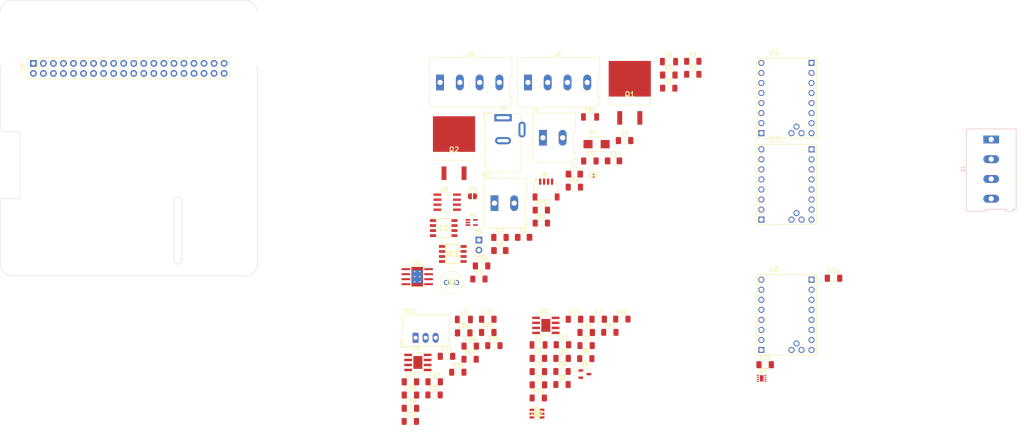
<source format=kicad_pcb>
(kicad_pcb (version 20211014) (generator pcbnew)
  (title_block (title "Water Quality Monitor PI-HAT") (date "2022-09-14") (rev "1.0") (company "HAN") (comment 1 "Casper R. Tak"))
  (layers (0 "F.Cu" signal) (31 "B.Cu" signal) (34 "B.Paste" user) (35 "F.Paste" user) (36 "B.SilkS" user "B.Silkscreen") (37 "F.SilkS" user "F.Silkscreen") (38 "B.Mask" user) (39 "F.Mask" user) (44 "Edge.Cuts" user))
  (net 0 "")
  (net 1 "GND")
  (net 2 "/GPIO[4]{slash}GPCLK0")
  (net 3 "/GPIO[14]{slash}TXD0")
  (net 4 "/GPIO[15]{slash}RXD0")
  (net 5 "/GPIO[10]{slash}SPI0.MOSI")
  (net 6 "/GPIO[9]{slash}SPI0.MISO")
  (net 7 "/GPIO[25]")
  (net 8 "/GPIO[11]{slash}SPI0.SCLK")
  (net 9 "/GPIO[8]{slash}SPI0.CE0")
  (net 10 "/GPIO[7]{slash}SPI0.CE1")
  (net 11 "/ID_SDA")
  (net 12 "/ID_SCL")
  (net 13 "/GPIO[12]{slash}PWM0")
  (net 14 "/GPIO[16]")
  (net 15 "/GPIO[20]{slash}PCM.DIN")
  (net 16 "/GPIO[21]{slash}PCM.DOUT")
  (net 17 "+3V3")
  (net 18 "5V")
  (net 19 "Net-(C2-Pad2)")
  (net 20 "Net-(C4-Pad1)")
  (net 21 "Net-(C5-Pad1)")
  (net 22 "12V+")
  (net 23 "Net-(C9-Pad1)")
  (net 24 "Net-(C9-Pad2)")
  (net 25 "Net-(C10-Pad1)")
  (net 26 "Net-(C10-Pad2)")
  (net 27 "Net-(C11-Pad2)")
  (net 28 "3.3V")
  (net 29 "Net-(C19-Pad1)")
  (net 30 "Net-(C19-Pad2)")
  (net 31 "Net-(C20-Pad1)")
  (net 32 "Net-(C20-Pad2)")
  (net 33 "Net-(F1-Pad2)")
  (net 34 "Net-(F3-Pad2)")
  (net 35 "12VIN")
  (net 36 "SDA")
  (net 37 "Net-(IC1-Pad2)")
  (net 38 "Net-(IC1-Pad5)")
  (net 39 "SCL")
  (net 40 "Net-(IC2-Pad1)")
  (net 41 "Net-(IC2-Pad4)")
  (net 42 "5VRPI")
  (net 43 "/FluidMotors/OA1MAIN")
  (net 44 "/FluidMotors/OA2MAIN")
  (net 45 "/FluidMotors/OB1MAIN")
  (net 46 "/FluidMotors/OB2MAIN")
  (net 47 "/FluidMotors/OA1SEC")
  (net 48 "/FluidMotors/OA2SEC")
  (net 49 "/FluidMotors/OB1SEC")
  (net 50 "/FluidMotors/OB2SEC")
  (net 51 "/FocusMotors/OA1FOCUS")
  (net 52 "/FocusMotors/OA2FOCUS")
  (net 53 "/FocusMotors/OB1FOCUS")
  (net 54 "/FocusMotors/OB2FOCUS")
  (net 55 "/FocusMotors/out1")
  (net 56 "/FocusMotors/out2")
  (net 58 "ENDRV")
  (net 59 "CTRLLED")
  (net 60 "PHADRV")
  (net 61 "DIRSEC")
  (net 62 "DIRMAIN")
  (net 63 "STEPSEC")
  (net 64 "CTRLHEAT")
  (net 65 "CTRLFAN")
  (net 66 "STEPMAIN")
  (net 67 "STEPFOCUS")
  (net 68 "DIRFOCUS")
  (net 69 "Net-(JP1-Pad1)")
  (net 70 "Net-(D1-PadA)")
  (net 71 "Net-(M1-Pad1)")
  (net 72 "Net-(PE1-Pad1)")
  (net 73 "Net-(PE1-Pad2)")
  (net 74 "Net-(Q2-Pad2)")
  (net 75 "Net-(R1-Pad2)")
  (net 76 "Net-(D2-PadK)")
  (net 77 "Net-(R6-Pad1)")
  (net 78 "Net-(R8-Pad2)")
  (net 79 "Net-(R10-Pad2)")
  (net 80 "Net-(R13-Pad1)")
  (net 81 "Net-(R14-Pad2)")
  (net 82 "Net-(R16-Pad2)")
  (net 83 "IN2")
  (net 84 "IN1")
  (net 89 "/FluidMotors/DIAGMAIN")
  (net 95 "/FluidMotors/DIAGSEC")
  (net 101 "/FocusMotors/DIAGFOCUS")
  (footprint "Resistor_SMD:R_1206_3216Metric_Pad1.30x1.75mm_HandSolder" (layer "F.Cu") (at 224.31 220.95)
    (fp_text reference "R10" (at 0 -1.82) (layer "F.SilkS"))
    (fp_text value "10k")
    (pad "1" smd roundrect (at -1.55 0) (size 1.3 1.75) (layers "F.Cu" "F.Paste" "F.Mask") (roundrect_rratio 0.192308) (net 22 "12V+"))
    (pad "2" smd roundrect (at 1.55 0) (size 1.3 1.75) (layers "F.Cu" "F.Paste" "F.Mask") (roundrect_rratio 0.192308) (net 79 "Net-(R10-Pad2)"))
  )
  (footprint "TerminalBlock:TerminalBlock_Altech_AK300-4_P5.00mm" (layer "F.Cu") (at 199.47 141.13)
    (fp_text reference "J3" (at 7.5 -7.15) (layer "F.SilkS"))
    (fp_text value "Screw_Terminal_01x04")
    (pad "1" thru_hole rect (at 0 0) (size 1.98 3.96) (drill 1.32) (layers *.Cu *.Mask) (net 51 "/FocusMotors/OA1FOCUS"))
    (pad "2" thru_hole oval (at 5 0) (size 1.98 3.96) (drill 1.32) (layers *.Cu *.Mask) (net 52 "/FocusMotors/OA2FOCUS"))
    (pad "3" thru_hole oval (at 10 0) (size 1.98 3.96) (drill 1.32) (layers *.Cu *.Mask) (net 53 "/FocusMotors/OB1FOCUS"))
    (pad "4" thru_hole oval (at 15 0) (size 1.98 3.96) (drill 1.32) (layers *.Cu *.Mask) (net 54 "/FocusMotors/OB2FOCUS"))
  )
  (footprint "Capacitor_SMD:C_1206_3216Metric_Pad1.33x1.80mm_HandSolder" (layer "F.Cu") (at 211.54 204.38)
    (fp_text reference "C20" (at 0 -1.85) (layer "F.SilkS"))
    (fp_text value "100n")
    (pad "1" smd roundrect (at -1.5625 0) (size 1.325 1.8) (layers "F.Cu" "F.Paste" "F.Mask") (roundrect_rratio 0.188679) (net 31 "Net-(C20-Pad1)"))
    (pad "2" smd roundrect (at 1.5625 0) (size 1.325 1.8) (layers "F.Cu" "F.Paste" "F.Mask") (roundrect_rratio 0.188679) (net 32 "Net-(C20-Pad2)"))
  )
  (footprint "Resistor_SMD:R_1206_3216Metric_Pad1.30x1.75mm_HandSolder" (layer "F.Cu") (at 233.44 167.61)
    (fp_text reference "R18" (at 0 -1.82) (layer "F.SilkS"))
    (fp_text value "3.9k")
    (pad "1" smd roundrect (at -1.55 0) (size 1.3 1.75) (layers "F.Cu" "F.Paste" "F.Mask") (roundrect_rratio 0.192308) (net 17 "+3V3"))
    (pad "2" smd roundrect (at 1.55 0) (size 1.3 1.75) (layers "F.Cu" "F.Paste" "F.Mask") (roundrect_rratio 0.192308) (net 11 "/ID_SDA"))
  )
  (footprint "MountingHole:MountingHole_2.7mm_M2.5" (layer "F.Cu") (at 149.69 137.57)
    (fp_text reference "MH2" hide)
    (fp_text value "MountingHole_2.7mm_M2.5" hide)
    (pad "" np_thru_hole circle locked (at 0 0) (size 2.7 2.7) (drill 2.7) (layers *.Cu *.Mask))
  )
  (footprint "Inductor_SMD:L_1206_3216Metric_Pad1.22x1.90mm_HandSolder" (layer "F.Cu") (at 205.49 201.08)
    (fp_text reference "L3" (at 0 -1.9) (layer "F.SilkS"))
    (fp_text value "15u")
    (pad "1" smd roundrect (at -1.6625 0) (size 1.225 1.9) (layers "F.Cu" "F.Paste" "F.Mask") (roundrect_rratio 0.204082) (net 32 "Net-(C20-Pad2)"))
    (pad "2" smd roundrect (at 1.6625 0) (size 1.225 1.9) (layers "F.Cu" "F.Paste" "F.Mask") (roundrect_rratio 0.204082) (net 18 "5V"))
  )
  (footprint "Capacitor_SMD:C_1206_3216Metric_Pad1.33x1.80mm_HandSolder" (layer "F.Cu") (at 207.1 207.83)
    (fp_text reference "C16" (at 0 -1.85) (layer "F.SilkS"))
    (fp_text value "10u")
    (pad "1" smd roundrect (at -1.5625 0) (size 1.325 1.8) (layers "F.Cu" "F.Paste" "F.Mask") (roundrect_rratio 0.188679) (net 22 "12V+"))
    (pad "2" smd roundrect (at 1.5625 0) (size 1.325 1.8) (layers "F.Cu" "F.Paste" "F.Mask") (roundrect_rratio 0.188679) (net 1 "GND"))
  )
  (footprint "Resistor_SMD:R_1206_3216Metric_Pad1.30x1.75mm_HandSolder" (layer "F.Cu") (at 225.09 176.71)
    (fp_text reference "R3" (at 0 -1.82) (layer "F.SilkS"))
    (fp_text value "1.20KOHM-0603-1_10W-1%")
    (pad "1" smd roundrect (at -1.55 0) (size 1.3 1.75) (layers "F.Cu" "F.Paste" "F.Mask") (roundrect_rratio 0.192308) (net 74 "Net-(Q2-Pad2)"))
    (pad "2" smd roundrect (at 1.55 0) (size 1.3 1.75) (layers "F.Cu" "F.Paste" "F.Mask") (roundrect_rratio 0.192308) (net 34 "Net-(F3-Pad2)"))
  )
  (footprint "Fuse:Fuse_1206_3216Metric_Pad1.42x1.75mm_HandSolder" (layer "F.Cu") (at 220.6 180.31)
    (fp_text reference "F2" (at 0 -1.82) (layer "F.SilkS"))
    (fp_text value "4A")
    (pad "1" smd roundrect (at -1.4875 0) (size 1.425 1.75) (layers "F.Cu" "F.Paste" "F.Mask") (roundrect_rratio 0.175439) (net 22 "12V+"))
    (pad "2" smd roundrect (at 1.4875 0) (size 1.425 1.75) (layers "F.Cu" "F.Paste" "F.Mask") (roundrect_rratio 0.175439) (net 19 "Net-(C2-Pad2)"))
  )
  (footprint "SmacSYs:SESD0402X1UN0020090" (layer "F.Cu") (at 238.265 164.725)
    (fp_text reference "D1" (at 0 0) (layer "F.SilkS") (effects (font (size 1.27 1.27) (thickness 0.254))))
    (fp_text value "SESD0402X1UN-0020-090" hide)
    (pad "1" smd rect locked (at 0 -0.325 90) (size 0.35 0.6) (layers "F.Cu" "F.Paste" "F.Mask"))
    (pad "2" smd rect locked (at 0 0.325 90) (size 0.35 0.6) (layers "F.Cu" "F.Paste" "F.Mask"))
  )
  (footprint "Resistor_SMD:R_1206_3216Metric_Pad1.30x1.75mm_HandSolder" (layer "F.Cu") (at 225.09 173.42)
    (fp_text reference "R19" (at 0 -1.82) (layer "F.SilkS"))
    (fp_text value "3.9k")
    (pad "1" smd roundrect (at -1.55 0) (size 1.3 1.75) (layers "F.Cu" "F.Paste" "F.Mask") (roundrect_rratio 0.192308) (net 17 "+3V3"))
    (pad "2" smd roundrect (at 1.55 0) (size 1.3 1.75) (layers "F.Cu" "F.Paste" "F.Mask") (roundrect_rratio 0.192308) (net 12 "/ID_SCL"))
  )
  (footprint "Capacitor_SMD:C_1206_3216Metric_Pad1.33x1.80mm_HandSolder" (layer "F.Cu") (at 224.34 210.93)
    (fp_text reference "C6" (at 0 -1.85) (layer "F.SilkS"))
    (fp_text value "10u")
    (pad "1" smd roundrect (at -1.5625 0) (size 1.325 1.8) (layers "F.Cu" "F.Paste" "F.Mask") (roundrect_rratio 0.188679) (net 22 "12V+"))
    (pad "2" smd roundrect (at 1.5625 0) (size 1.325 1.8) (layers "F.Cu" "F.Paste" "F.Mask") (roundrect_rratio 0.188679) (net 1 "GND"))
  )
  (footprint "Capacitor_SMD:C_1206_3216Metric_Pad1.33x1.80mm_HandSolder" (layer "F.Cu") (at 191.97 223.56)
    (fp_text reference "C19" (at 0 -1.85) (layer "F.SilkS"))
    (fp_text value "2.7n")
    (pad "1" smd roundrect (at -1.5625 0) (size 1.325 1.8) (layers "F.Cu" "F.Paste" "F.Mask") (roundrect_rratio 0.188679) (net 29 "Net-(C19-Pad1)"))
    (pad "2" smd roundrect (at 1.5625 0) (size 1.325 1.8) (layers "F.Cu" "F.Paste" "F.Mask") (roundrect_rratio 0.188679) (net 30 "Net-(C19-Pad2)"))
  )
  (footprint "Capacitor_SMD:C_1206_3216Metric_Pad1.33x1.80mm_HandSolder" (layer "F.Cu") (at 224.34 217.63)
    (fp_text reference "C8" (at 0 -1.85) (layer "F.SilkS"))
    (fp_text value "10u")
    (pad "1" smd roundrect (at -1.5625 0) (size 1.325 1.8) (layers "F.Cu" "F.Paste" "F.Mask") (roundrect_rratio 0.188679) (net 22 "12V+"))
    (pad "2" smd roundrect (at 1.5625 0) (size 1.325 1.8) (layers "F.Cu" "F.Paste" "F.Mask") (roundrect_rratio 0.188679) (net 1 "GND"))
  )
  (footprint "Fuse:Fuse_1206_3216Metric_Pad1.42x1.75mm_HandSolder" (layer "F.Cu") (at 233.44 164.32)
    (fp_text reference "F1" (at 0 -1.82) (layer "F.SilkS"))
    (fp_text value "0.5A")
    (pad "1" smd roundrect (at -1.4875 0) (size 1.425 1.75) (layers "F.Cu" "F.Paste" "F.Mask") (roundrect_rratio 0.175439) (net 22 "12V+"))
    (pad "2" smd roundrect (at 1.4875 0) (size 1.425 1.75) (layers "F.Cu" "F.Paste" "F.Mask") (roundrect_rratio 0.175439) (net 33 "Net-(F1-Pad2)"))
  )
  (footprint "Capacitor_SMD:C_1206_3216Metric_Pad1.33x1.80mm_HandSolder" (layer "F.Cu") (at 211.54 201.03)
    (fp_text reference "C21" (at 0 -1.85) (layer "F.SilkS"))
    (fp_text value "22u 10V")
    (pad "1" smd roundrect (at -1.5625 0) (size 1.325 1.8) (layers "F.Cu" "F.Paste" "F.Mask") (roundrect_rratio 0.188679) (net 1 "GND"))
    (pad "2" smd roundrect (at 1.5625 0) (size 1.325 1.8) (layers "F.Cu" "F.Paste" "F.Mask") (roundrect_rratio 0.188679) (net 18 "5V"))
  )
  (footprint "Capacitor_SMD:C_1206_3216Metric_Pad1.33x1.80mm_HandSolder" (layer "F.Cu") (at 201.09 210.41)
    (fp_text reference "C22" (at 0 -1.85) (layer "F.SilkS"))
    (fp_text value "22u 10V")
    (pad "1" smd roundrect (at -1.5625 0) (size 1.325 1.8) (layers "F.Cu" "F.Paste" "F.Mask") (roundrect_rratio 0.188679) (net 1 "GND"))
    (pad "2" smd roundrect (at 1.5625 0) (size 1.325 1.8) (layers "F.Cu" "F.Paste" "F.Mask") (roundrect_rratio 0.188679) (net 18 "5V"))
  )
  (footprint "Resistor_SMD:R_1206_3216Metric_Pad1.30x1.75mm_HandSolder" (layer "F.Cu") (at 236.41 207.7)
    (fp_text reference "R7" (at 0 -1.82) (layer "F.SilkS"))
    (fp_text value "24k")
    (pad "1" smd roundrect (at -1.55 0) (size 1.3 1.75) (layers "F.Cu" "F.Paste" "F.Mask") (roundrect_rratio 0.192308) (net 23 "Net-(C9-Pad1)"))
    (pad "2" smd roundrect (at 1.55 0) (size 1.3 1.75) (layers "F.Cu" "F.Paste" "F.Mask") (roundrect_rratio 0.192308) (net 1 "GND"))
  )
  (footprint "Capacitor_SMD:C_1206_3216Metric_Pad1.33x1.80mm_HandSolder" (layer "F.Cu") (at 237.37 161)
    (fp_text reference "C4" (at 0 -1.85) (layer "F.SilkS"))
    (fp_text value "4.7uF")
    (pad "1" smd roundrect (at -1.5625 0) (size 1.325 1.8) (layers "F.Cu" "F.Paste" "F.Mask") (roundrect_rratio 0.188679) (net 20 "Net-(C4-Pad1)"))
    (pad "2" smd roundrect (at 1.5625 0) (size 1.325 1.8) (layers "F.Cu" "F.Paste" "F.Mask") (roundrect_rratio 0.188679) (net 1 "GND"))
  )
  (footprint "Resistor_SMD:R_1206_3216Metric_Pad1.30x1.75mm_HandSolder" (layer "F.Cu") (at 263.4 135.78)
    (fp_text reference "R4" (at 0 -1.82) (layer "F.SilkS"))
    (fp_text value "10K")
    (pad "1" smd roundrect (at -1.55 0) (size 1.3 1.75) (layers "F.Cu" "F.Paste" "F.Mask") (roundrect_rratio 0.192308) (net 28 "3.3V"))
    (pad "2" smd roundrect (at 1.55 0) (size 1.3 1.75) (layers "F.Cu" "F.Paste" "F.Mask") (roundrect_rratio 0.192308) (net 36 "SDA"))
  )
  (footprint "Resistor_SMD:R_1206_3216Metric_Pad1.30x1.75mm_HandSolder" (layer "F.Cu") (at 207.07 211.15)
    (fp_text reference "R17" (at 0 -1.82) (layer "F.SilkS"))
    (fp_text value "1k87")
    (pad "1" smd roundrect (at -1.55 0) (size 1.3 1.75) (layers "F.Cu" "F.Paste" "F.Mask") (roundrect_rratio 0.192308) (net 82 "Net-(R16-Pad2)"))
    (pad "2" smd roundrect (at 1.55 0) (size 1.3 1.75) (layers "F.Cu" "F.Paste" "F.Mask") (roundrect_rratio 0.192308) (net 1 "GND"))
  )
  (footprint "Connector_PinSocket_2.54mm:PinSocket_2x20_P2.54mm_Vertical" (layer "F.Cu") (at 96.5756 136.302 90)
    (fp_text reference "J10" (at -1.27 -2.77 90) (layer "F.SilkS"))
    (fp_text value "GPIO")
    (pad "1" thru_hole rect (at 0 0 90) (size 1.7 1.7) (drill 1) (layers *.Cu *.Mask))
    (pad "2" thru_hole oval (at -2.54 0 90) (size 1.7 1.7) (drill 1) (layers *.Cu *.Mask) (net 42 "5VRPI"))
    (pad "3" thru_hole oval (at 0 2.54 90) (size 1.7 1.7) (drill 1) (layers *.Cu *.Mask) (net 36 "SDA"))
    (pad "4" thru_hole oval (at -2.54 2.54 90) (size 1.7 1.7) (drill 1) (layers *.Cu *.Mask) (net 42 "5VRPI"))
    (pad "5" thru_hole oval (at 0 5.08 90) (size 1.7 1.7) (drill 1) (layers *.Cu *.Mask) (net 39 "SCL"))
    (pad "6" thru_hole oval (at -2.54 5.08 90) (size 1.7 1.7) (drill 1) (layers *.Cu *.Mask) (net 1 "GND"))
    (pad "7" thru_hole oval (at 0 7.62 90) (size 1.7 1.7) (drill 1) (layers *.Cu *.Mask) (net 2 "/GPIO[4]{slash}GPCLK0"))
    (pad "8" thru_hole oval (at -2.54 7.62 90) (size 1.7 1.7) (drill 1) (layers *.Cu *.Mask) (net 3 "/GPIO[14]{slash}TXD0"))
    (pad "9" thru_hole oval (at 0 10.16 90) (size 1.7 1.7) (drill 1) (layers *.Cu *.Mask) (net 1 "GND"))
    (pad "10" thru_hole oval (at -2.54 10.16 90) (size 1.7 1.7) (drill 1) (layers *.Cu *.Mask) (net 4 "/GPIO[15]{slash}RXD0"))
    (pad "11" thru_hole oval (at 0 12.7 90) (size 1.7 1.7) (drill 1) (layers *.Cu *.Mask) (net 58 "ENDRV"))
    (pad "12" thru_hole oval (at -2.54 12.7 90) (size 1.7 1.7) (drill 1) (layers *.Cu *.Mask) (net 59 "CTRLLED"))
    (pad "13" thru_hole oval (at 0 15.24 90) (size 1.7 1.7) (drill 1) (layers *.Cu *.Mask) (net 60 "PHADRV"))
    (pad "14" thru_hole oval (at -2.54 15.24 90) (size 1.7 1.7) (drill 1) (layers *.Cu *.Mask) (net 1 "GND"))
    (pad "15" thru_hole oval (at 0 17.78 90) (size 1.7 1.7) (drill 1) (layers *.Cu *.Mask) (net 61 "DIRSEC"))
    (pad "16" thru_hole oval (at -2.54 17.78 90) (size 1.7 1.7) (drill 1) (layers *.Cu *.Mask) (net 62 "DIRMAIN"))
    (pad "17" thru_hole oval (at 0 20.32 90) (size 1.7 1.7) (drill 1) (layers *.Cu *.Mask))
    (pad "18" thru_hole oval (at -2.54 20.32 90) (size 1.7 1.7) (drill 1) (layers *.Cu *.Mask) (net 63 "STEPSEC"))
    (pad "19" thru_hole oval (at 0 22.86 90) (size 1.7 1.7) (drill 1) (layers *.Cu *.Mask) (net 5 "/GPIO[10]{slash}SPI0.MOSI"))
    (pad "20" thru_hole oval (at -2.54 22.86 90) (size 1.7 1.7) (drill 1) (layers *.Cu *.Mask) (net 1 "GND"))
    (pad "21" thru_hole oval (at 0 25.4 90) (size 1.7 1.7) (drill 1) (layers *.Cu *.Mask) (net 6 "/GPIO[9]{slash}SPI0.MISO"))
    (pad "22" thru_hole oval (at -2.54 25.4 90) (size 1.7 1.7) (drill 1) (layers *.Cu *.Mask) (net 7 "/GPIO[25]"))
    (pad "23" thru_hole oval (at 0 27.94 90) (size 1.7 1.7) (drill 1) (layers *.Cu *.Mask) (net 8 "/GPIO[11]{slash}SPI0.SCLK"))
    (pad "24" thru_hole oval (at -2.54 27.94 90) (size 1.7 1.7) (drill 1) (layers *.Cu *.Mask) (net 9 "/GPIO[8]{slash}SPI0.CE0"))
    (pad "25" thru_hole oval (at 0 30.48 90) (size 1.7 1.7) (drill 1) (layers *.Cu *.Mask) (net 1 "GND"))
    (pad "26" thru_hole oval (at -2.54 30.48 90) (size 1.7 1.7) (drill 1) (layers *.Cu *.Mask) (net 10 "/GPIO[7]{slash}SPI0.CE1"))
    (pad "27" thru_hole oval (at 0 33.02 90) (size 1.7 1.7) (drill 1) (layers *.Cu *.Mask) (net 11 "/ID_SDA"))
    (pad "28" thru_hole oval (at -2.54 33.02 90) (size 1.7 1.7) (drill 1) (layers *.Cu *.Mask) (net 12 "/ID_SCL"))
    (pad "29" thru_hole oval (at 0 35.56 90) (size 1.7 1.7) (drill 1) (layers *.Cu *.Mask) (net 64 "CTRLHEAT"))
    (pad "30" thru_hole oval (at -2.54 35.56 90) (size 1.7 1.7) (drill 1) (layers *.Cu *.Mask) (net 1 "GND"))
    (pad "31" thru_hole oval (at 0 38.1 90) (size 1.7 1.7) (drill 1) (layers *.Cu *.Mask) (net 65 "CTRLFAN"))
    (pad "32" thru_hole oval (at -2.54 38.1 90) (size 1.7 1.7) (drill 1) (layers *.Cu *.Mask) (net 13 "/GPIO[12]{slash}PWM0"))
    (pad "33" thru_hole oval (at 0 40.64 90) (size 1.7 1.7) (drill 1) (layers *.Cu *.Mask) (net 66 "STEPMAIN"))
    (pad "34" thru_hole oval (at -2.54 40.64 90) (size 1.7 1.7) (drill 1) (layers *.Cu *.Mask) (net 1 "GND"))
    (pad "35" thru_hole oval (at 0 43.18 90) (size 1.7 1.7) (drill 1) (layers *.Cu *.Mask) (net 67 "STEPFOCUS"))
    (pad "36" thru_hole oval (at -2.54 43.18 90) (size 1.7 1.7) (drill 1) (layers *.Cu *.Mask) (net 14 "/GPIO[16]"))
    (pad "37" thru_hole oval (at 0 45.72 90) (size 1.7 1.7) (drill 1) (layers *.Cu *.Mask) (net 68 "DIRFOCUS"))
    (pad "38" thru_hole oval (at -2.54 45.72 90) (size 1.7 1.7) (drill 1) (layers *.Cu *.Mask) (net 15 "/GPIO[20]{slash}PCM.DIN"))
    (pad "39" thru_hole oval (at 0 48.26 90) (size 1.7 1.7) (drill 1) (layers *.Cu *.Mask) (net 1 "GND"))
    (pad "40" thru_hole oval (at -2.54 48.26 90) (size 1.7 1.7) (drill 1) (layers *.Cu *.Mask) (net 16 "/GPIO[21]{slash}PCM.DOUT"))
  )
  (footprint "Resistor_SMD:R_1206_3216Metric_Pad1.30x1.75mm_HandSolder" (layer "F.Cu") (at 203.96 214.44)
    (fp_text reference "R15" (at 0 -1.82) (layer "F.SilkS"))
    (fp_text value "24k")
    (pad "1" smd roundrect (at -1.55 0) (size 1.3 1.75) (layers "F.Cu" "F.Paste" "F.Mask") (roundrect_rratio 0.192308) (net 29 "Net-(C19-Pad1)"))
    (pad "2" smd roundrect (at 1.55 0) (size 1.3 1.75) (layers "F.Cu" "F.Paste" "F.Mask") (roundrect_rratio 0.192308) (net 1 "GND"))
  )
  (footprint "Capacitor_SMD:C_1206_3216Metric_Pad1.33x1.80mm_HandSolder" (layer "F.Cu") (at 191.97 220.21)
    (fp_text reference "C18" (at 0 -1.85) (layer "F.SilkS"))
    (fp_text value "10u")
    (pad "1" smd roundrect (at -1.5625 0) (size 1.325 1.8) (layers "F.Cu" "F.Paste" "F.Mask") (roundrect_rratio 0.188679) (net 22 "12V+"))
    (pad "2" smd roundrect (at 1.5625 0) (size 1.325 1.8) (layers "F.Cu" "F.Paste" "F.Mask") (roundrect_rratio 0.188679) (net 1 "GND"))
  )
  (footprint "Resistor_SMD:R_1206_3216Metric_Pad1.30x1.75mm_HandSolder" (layer "F.Cu") (at 213.08 207.7)
    (fp_text reference "R16" (at 0 -1.82) (layer "F.SilkS"))
    (fp_text value "10k")
    (pad "1" smd roundrect (at -1.55 0) (size 1.3 1.75) (layers "F.Cu" "F.Paste" "F.Mask") (roundrect_rratio 0.192308) (net 18 "5V"))
    (pad "2" smd roundrect (at 1.55 0) (size 1.3 1.75) (layers "F.Cu" "F.Paste" "F.Mask") (roundrect_rratio 0.192308) (net 82 "Net-(R16-Pad2)"))
  )
  (footprint "Inductor_SMD:L_1206_3216Metric_Pad1.22x1.90mm_HandSolder" (layer "F.Cu") (at 257.38 135.86)
    (fp_text reference "L1" (at 0 -1.9) (layer "F.SilkS"))
    (fp_text value "4.7uH")
    (pad "1" smd roundrect (at -1.6625 0) (size 1.225 1.9) (layers "F.Cu" "F.Paste" "F.Mask") (roundrect_rratio 0.204082) (net 18 "5V"))
    (pad "2" smd roundrect (at 1.6625 0) (size 1.225 1.9) (layers "F.Cu" "F.Paste" "F.Mask") (roundrect_rratio 0.204082) (net 70 "Net-(D1-PadA)"))
  )
  (footprint "Converter_DCDC:Converter_DCDC_TRACO_TSR-1_THT" (layer "F.Cu") (at 193.275 205.73)
    (fp_text reference "PS1" (at -1.5 -6.71) (layer "F.SilkS"))
    (fp_text value "TSR_2-2433")
    (pad "1" thru_hole rect (at 0 0) (size 1.5 2.5) (drill 1) (layers *.Cu *.Mask) (net 18 "5V"))
    (pad "2" thru_hole oval (at 2.54 0) (size 1.5 2.5) (drill 1) (layers *.Cu *.Mask) (net 1 "GND"))
    (pad "3" thru_hole oval (at 5.08 0) (size 1.5 2.5) (drill 1) (layers *.Cu *.Mask) (net 28 "3.3V"))
  )
  (footprint "Footprints:TMC2208_SILENTSTEPSTICK" (layer "F.Cu") (at 287.1 199.92)
    (fp_text reference "U6" (at -3.155 -11.489) (layer "F.SilkS") (effects (font (size 1.4 1.4))))
    (fp_text value "TMC2208_SILENTSTEPSTICK")
    (pad "JP1_1" thru_hole rect (at 6.35 -8.89) (size 1.524 1.524) (drill 1.016) (layers *.Cu *.Mask) (net 68 "DIRFOCUS"))
    (pad "JP1_2" thru_hole circle (at 6.35 -6.35) (size 1.524 1.524) (drill 1.016) (layers *.Cu *.Mask) (net 67 "STEPFOCUS"))
    (pad "JP1_3" thru_hole circle (at 6.35 -3.81) (size 1.524 1.524) (drill 1.016) (layers *.Cu *.Mask))
    (pad "JP1_4" thru_hole circle (at 6.35 -1.27) (size 1.524 1.524) (drill 1.016) (layers *.Cu *.Mask))
    (pad "JP1_5" thru_hole circle (at 6.35 1.27) (size 1.524 1.524) (drill 1.016) (layers *.Cu *.Mask))
    (pad "JP1_6" thru_hole circle (at 6.35 3.81) (size 1.524 1.524) (drill 1.016) (layers *.Cu *.Mask))
    (pad "JP1_7" thru_hole circle (at 6.35 6.35) (size 1.524 1.524) (drill 1.016) (layers *.Cu *.Mask))
    (pad "JP1_8" thru_hole circle (at 6.35 8.89) (size 1.524 1.524) (drill 1.016) (layers *.Cu *.Mask) (net 1 "GND"))
    (pad "JP2_1" thru_hole rect (at -6.35 8.89) (size 1.524 1.524) (drill 1.016) (layers *.Cu *.Mask) (net 22 "12V+"))
    (pad "JP2_2" thru_hole circle (at -6.35 6.35) (size 1.524 1.524) (drill 1.016) (layers *.Cu *.Mask) (net 1 "GND"))
    (pad "JP2_3" thru_hole circle (at -6.35 3.81) (size 1.524 1.524) (drill 1.016) (layers *.Cu *.Mask) (net 52 "/FocusMotors/OA2FOCUS"))
    (pad "JP2_4" thru_hole circle (at -6.35 1.27) (size 1.524 1.524) (drill 1.016) (layers *.Cu *.Mask) (net 51 "/FocusMotors/OA1FOCUS"))
    (pad "JP2_5" thru_hole circle (at -6.35 -1.27) (size 1.524 1.524) (drill 1.016) (layers *.Cu *.Mask) (net 53 "/FocusMotors/OB1FOCUS"))
    (pad "JP2_6" thru_hole circle (at -6.35 -3.81) (size 1.524 1.524) (drill 1.016) (layers *.Cu *.Mask) (net 54 "/FocusMotors/OB2FOCUS"))
    (pad "JP2_7" thru_hole circle (at -6.35 -6.35) (size 1.524 1.524) (drill 1.016) (layers *.Cu *.Mask) (net 28 "3.3V"))
    (pad "JP2_8" thru_hole circle (at -6.35 -8.89) (size 1.524 1.524) (drill 1.016) (layers *.Cu *.Mask) (net 1 "GND"))
    (pad "JP3_1" thru_hole circle (at 1.27 8.89) (size 1.524 1.524) (drill 1.016) (layers *.Cu *.Mask) (net 101 "/FocusMotors/DIAGFOCUS"))
    (pad "JP3_2" thru_hole circle (at 3.81 8.89) (size 1.524 1.524) (drill 1.016) (layers *.Cu *.Mask))
    (pad "VREF" thru_hole circle (at 2.54 7.239) (size 1.524 1.524) (drill 1.016) (layers *.Cu *.Mask) (net 28 "3.3V"))
  )
  (footprint "TerminalBlock:TerminalBlock_Altech_AK300-2_P5.00mm" (layer "F.Cu") (at 213.23 171.67)
    (fp_text reference "PE1" (at -1.92 -6.99) (layer "F.SilkS"))
    (fp_text value "PeltierElement")
    (pad "1" thru_hole rect (at 0 0) (size 1.98 3.96) (drill 1.32) (layers *.Cu *.Mask) (net 72 "Net-(PE1-Pad1)"))
    (pad "2" thru_hole oval (at 5 0) (size 1.98 3.96) (drill 1.32) (layers *.Cu *.Mask) (net 73 "Net-(PE1-Pad2)"))
  )
  (footprint "SmacSYs:IRL540SPBF" (layer "F.Cu") (at 202.999 149.675)
    (fp_text reference "Q2" (at 0 8.462) (layer "F.SilkS") (effects (font (size 1.27 1.27) (thickness 0.254))))
    (fp_text value "IRL540SPBF" hide)
    (pad "1" smd rect locked (at -2.54 14.415) (size 1.257 3.429) (layers "F.Cu" "F.Paste" "F.Mask") (net 64 "CTRLHEAT"))
    (pad "2" smd rect locked (at 0 4.509 90) (size 9.017 10.668) (layers "F.Cu" "F.Paste" "F.Mask") (net 74 "Net-(Q2-Pad2)"))
    (pad "3" smd rect locked (at 2.54 14.415) (size 1.257 3.429) (layers "F.Cu" "F.Paste" "F.Mask") (net 1 "GND"))
  )
  (footprint "Capacitor_SMD:C_1206_3216Metric_Pad1.33x1.80mm_HandSolder" (layer "F.Cu") (at 230.35 210.93)
    (fp_text reference "C12" (at 0 -1.85) (layer "F.SilkS"))
    (fp_text value "22u 10V")
    (pad "1" smd roundrect (at -1.5625 0) (size 1.325 1.8) (layers "F.Cu" "F.Paste" "F.Mask") (roundrect_rratio 0.188679) (net 1 "GND"))
    (pad "2" smd roundrect (at 1.5625 0) (size 1.325 1.8) (layers "F.Cu" "F.Paste" "F.Mask") (roundrect_rratio 0.188679) (net 27 "Net-(C11-Pad2)"))
  )
  (footprint "Resistor_SMD:R_1206_3216Metric_Pad1.30x1.75mm_HandSolder" (layer "F.Cu") (at 236.33 210.99)
    (fp_text reference "R9" (at 0 -1.82) (layer "F.SilkS"))
    (fp_text value "1k87")
    (pad "1" smd roundrect (at -1.55 0) (size 1.3 1.75) (layers "F.Cu" "F.Paste" "F.Mask") (roundrect_rratio 0.192308) (net 78 "Net-(R8-Pad2)"))
    (pad "2" smd roundrect (at 1.55 0) (size 1.3 1.75) (layers "F.Cu" "F.Paste" "F.Mask") (roundrect_rratio 0.192308) (net 1 "GND"))
  )
  (footprint "TerminalBlock:TerminalBlock_Altech_AK300-4_P5.00mm" (layer "F.Cu") (at 221.7 141.13)
    (fp_text reference "J2" (at 7.5 -7.15) (layer "F.SilkS"))
    (fp_text value "Screw_Terminal_01x04")
    (pad "1" thru_hole rect (at 0 0) (size 1.98 3.96) (drill 1.32) (layers *.Cu *.Mask) (net 47 "/FluidMotors/OA1SEC"))
    (pad "2" thru_hole oval (at 5 0) (size 1.98 3.96) (drill 1.32) (layers *.Cu *.Mask) (net 48 "/FluidMotors/OA2SEC"))
    (pad "3" thru_hole oval (at 10 0) (size 1.98 3.96) (drill 1.32) (layers *.Cu *.Mask) (net 49 "/FluidMotors/OB1SEC"))
    (pad "4" thru_hole oval (at 15 0) (size 1.98 3.96) (drill 1.32) (layers *.Cu *.Mask) (net 50 "/FluidMotors/OB2SEC"))
  )
  (footprint "Capacitor_SMD:C_1206_3216Metric_Pad1.33x1.80mm_HandSolder" (layer "F.Cu") (at 257.34 139.26)
    (fp_text reference "C5" (at 0 -1.85) (layer "F.SilkS"))
    (fp_text value "10u")
    (pad "1" smd roundrect (at -1.5625 0) (size 1.325 1.8) (layers "F.Cu" "F.Paste" "F.Mask") (roundrect_rratio 0.188679) (net 21 "Net-(C5-Pad1)"))
    (pad "2" smd roundrect (at 1.5625 0) (size 1.325 1.8) (layers "F.Cu" "F.Paste" "F.Mask") (roundrect_rratio 0.188679) (net 1 "GND"))
  )
  (footprint "MountingHole:MountingHole_2.7mm_M2.5" (layer "F.Cu") (at 91.69 186.57)
    (fp_text reference "MH3" hide)
    (fp_text value "MountingHole_2.7mm_M2.5" hide)
    (pad "" np_thru_hole circle locked (at 0 0) (size 2.7 2.7) (drill 2.7) (layers *.Cu *.Mask))
  )
  (footprint "SmacSYs:IRL540SPBF" (layer "F.Cu") (at 247.459 135.685)
    (fp_text reference "Q1" (at 0 8.462) (layer "F.SilkS") (effects (font (size 1.27 1.27) (thickness 0.254))))
    (fp_text value "IRL540SPBF" hide)
    (pad "1" smd rect locked (at -2.54 14.415) (size 1.257 3.429) (layers "F.Cu" "F.Paste" "F.Mask") (net 65 "CTRLFAN"))
    (pad "2" smd rect locked (at 0 4.509 90) (size 9.017 10.668) (layers "F.Cu" "F.Paste" "F.Mask") (net 71 "Net-(M1-Pad1)"))
    (pad "3" smd rect locked (at 2.54 14.415) (size 1.257 3.429) (layers "F.Cu" "F.Paste" "F.Mask") (net 1 "GND"))
  )
  (footprint "SmacSYs:SOT95P285X140-6N" (layer "F.Cu") (at 223.985 224.92)
    (fp_text reference "IC2" (at 0 0) (layer "F.SilkS") (effects (font (size 1.27 1.27) (thickness 0.254))))
    (fp_text value "DMMT5401-7-F" hide)
    (pad "1" smd rect locked (at -1.3 -0.95 90) (size 0.6 1.15) (layers "F.Cu" "F.Paste" "F.Mask") (net 40 "Net-(IC2-Pad1)"))
    (pad "2" smd rect locked (at -1.3 0 90) (size 0.6 1.15) (layers "F.Cu" "F.Paste" "F.Mask") (net 40 "Net-(IC2-Pad1)"))
    (pad "3" smd rect locked (at -1.3 0.95 90) (size 0.6 1.15) (layers "F.Cu" "F.Paste" "F.Mask") (net 40 "Net-(IC2-Pad1)"))
    (pad "4" smd rect locked (at 1.3 0.95 90) (size 0.6 1.15) (layers "F.Cu" "F.Paste" "F.Mask") (net 41 "Net-(IC2-Pad4)"))
    (pad "5" smd rect locked (at 1.3 0 90) (size 0.6 1.15) (layers "F.Cu" "F.Paste" "F.Mask") (net 42 "5VRPI"))
    (pad "6" smd rect locked (at 1.3 -0.95 90) (size 0.6 1.15) (layers "F.Cu" "F.Paste" "F.Mask") (net 27 "Net-(C11-Pad2)"))
  )
  (footprint "Connector_BarrelJack:BarrelJack_Wuerth_6941xx301002" (layer "F.Cu") (at 215.4 150.05)
    (fp_text reference "J5" (at 0 -2.5) (layer "F.SilkS"))
    (fp_text value "Jack-DC 12V+")
    (pad "1" thru_hole rect (at 0 0) (size 4.4 1.8) (drill oval 3.4 0.8) (layers *.Cu *.Mask) (net 35 "12VIN"))
    (pad "2" thru_hole oval (at 0 5.8) (size 4 1.8) (drill oval 3 0.8) (layers *.Cu *.Mask) (net 1 "GND"))
    (pad "3" thru_hole oval (at 4.8 3 90) (size 4 1.8) (drill oval 3 0.8) (layers *.Cu *.Mask))
  )
  (footprint "MountingHole:MountingHole_2.7mm_M2.5" (layer "F.Cu") (at 91.69 137.57)
    (fp_text reference "MH1" hide)
    (fp_text value "MountingHole_2.7mm_M2.5" hide)
    (pad "" np_thru_hole circle locked (at 0 0) (size 2.7 2.7) (drill 2.7) (layers *.Cu *.Mask))
  )
  (footprint "Capacitor_SMD:C_1206_3216Metric_Pad1.33x1.80mm_HandSolder" (layer "F.Cu") (at 281.71 212.53)
    (fp_text reference "C15" (at 0 -1.85) (layer "F.SilkS"))
    (fp_text value "0.1uF")
    (pad "1" smd roundrect (at -1.5625 0) (size 1.325 1.8) (layers "F.Cu" "F.Paste" "F.Mask") (roundrect_rratio 0.188679) (net 1 "GND"))
    (pad "2" smd roundrect (at 1.5625 0) (size 1.325 1.8) (layers "F.Cu" "F.Paste" "F.Mask") (roundrect_rratio 0.188679) (net 22 "12V+"))
  )
  (footprint "Fuse:Fuse_1206_3216Metric_Pad1.42x1.75mm_HandSolder" (layer "F.Cu") (at 243.35 160.97)
    (fp_text reference "F3" (at 0 -1.82) (layer "F.SilkS"))
    (fp_text value "3.2A")
    (pad "1" smd roundrect (at -1.4875 0) (size 1.425 1.75) (layers "F.Cu" "F.Paste" "F.Mask") (roundrect_rratio 0.175439) (net 22 "12V+"))
    (pad "2" smd roundrect (at 1.4875 0) (size 1.425 1.75) (layers "F.Cu" "F.Paste" "F.Mask") (roundrect_rratio 0.175439) (net 34 "Net-(F3-Pad2)"))
  )
  (footprint "Inductor_SMD:L_1206_3216Metric_Pad1.22x1.90mm_HandSolder" (layer "F.Cu") (at 224.38 207.53)
    (fp_text reference "L2" (at 0 -1.9) (layer "F.SilkS"))
    (fp_text value "15u")
    (pad "1" smd roundrect (at -1.6625 0) (size 1.225 1.9) (layers "F.Cu" "F.Paste" "F.Mask") (roundrect_rratio 0.204082) (net 26 "Net-(C10-Pad2)"))
    (pad "2" smd roundrect (at 1.6625 0) (size 1.225 1.9) (layers "F.Cu" "F.Paste" "F.Mask") (roundrect_rratio 0.204082) (net 27 "Net-(C11-Pad2)"))
  )
  (footprint "Resistor_SMD:R_1206_3216Metric_Pad1.30x1.75mm_HandSolder" (layer "F.Cu") (at 242.42 204.35)
    (fp_text reference "R11" (at 0 -1.82) (layer "F.SilkS"))
    (fp_text value "10k")
    (pad "1" smd roundrect (at -1.55 0) (size 1.3 1.75) (layers "F.Cu" "F.Paste" "F.Mask") (roundrect_rratio 0.192308) (net 40 "Net-(IC2-Pad1)"))
    (pad "2" smd roundrect (at 1.55 0) (size 1.3 1.75) (layers "F.Cu" "F.Paste" "F.Mask") (roundrect_rratio 0.192308) (net 1 "GND"))
  )
  (footprint "Capacitor_SMD:C_1206_3216Metric_Pad1.33x1.80mm_HandSolder" (layer "F.Cu") (at 224.34 214.28)
    (fp_text reference "C9" (at 0 -1.85) (layer "F.SilkS"))
    (fp_text value "2.7n")
    (pad "1" smd roundrect (at -1.5625 0) (size 1.325 1.8) (layers "F.Cu" "F.Paste" "F.Mask") (roundrect_rratio 0.188679) (net 23 "Net-(C9-Pad1)"))
    (pad "2" smd roundrect (at 1.5625 0) (size 1.325 1.8) (layers "F.Cu" "F.Paste" "F.Mask") (roundrect_rratio 0.188679) (net 24 "Net-(C9-Pad2)"))
  )
  (footprint "Snapeda:JST_SM04B-SRSS-TB(LF)(SN)" (layer "F.Cu") (at 226.29 166.225)
    (fp_text reference "J6" (at -0.545095 -1.767685) (layer "F.SilkS") (effects (font (size 1.001173 1.001173))))
    (fp_text value "SM04B-SRSS-TB(LF)(SN)")
    (pad "1" smd rect locked (at -1.5 0) (size 0.6 1.55) (layers "F.Cu" "F.Paste" "F.Mask") (net 1 "GND"))
    (pad "2" smd rect locked (at -0.5 0) (size 0.6 1.55) (layers "F.Cu" "F.Paste" "F.Mask") (net 28 "3.3V"))
    (pad "3" smd rect locked (at 0.5 0) (size 0.6 1.55) (layers "F.Cu" "F.Paste" "F.Mask") (net 38 "Net-(IC1-Pad5)"))
    (pad "4" smd rect locked (at 1.5 0) (size 0.6 1.55) (layers "F.Cu" "F.Paste" "F.Mask") (net 37 "Net-(IC1-Pad2)"))
    (pad "S1" smd rect locked (at -2.8 3.875 180) (size 1.2 1.8) (layers "F.Cu" "F.Paste" "F.Mask") (net 1 "GND"))
    (pad "S2" smd rect locked (at 2.8 3.875 180) (size 1.2 1.8) (layers "F.Cu" "F.Paste" "F.Mask") (net 1 "GND"))
  )
  (footprint "Footprints:TMC2208_SILENTSTEPSTICK" (layer "F.Cu") (at 287.1 145.07)
    (fp_text reference "U4" (at -3.155 -11.489) (layer "F.SilkS") (effects (font (size 1.4 1.4))))
    (fp_text value "TMC2208_SILENTSTEPSTICK")
    (pad "JP1_1" thru_hole rect (at 6.35 -8.89) (size 1.524 1.524) (drill 1.016) (layers *.Cu *.Mask) (net 61 "DIRSEC"))
    (pad "JP1_2" thru_hole circle (at 6.35 -6.35) (size 1.524 1.524) (drill 1.016) (layers *.Cu *.Mask) (net 63 "STEPSEC"))
    (pad "JP1_3" thru_hole circle (at 6.35 -3.81) (size 1.524 1.524) (drill 1.016) (layers *.Cu *.Mask))
    (pad "JP1_4" thru_hole circle (at 6.35 -1.27) (size 1.524 1.524) (drill 1.016) (layers *.Cu *.Mask))
    (pad "JP1_5" thru_hole circle (at 6.35 1.27) (size 1.524 1.524) (drill 1.016) (layers *.Cu *.Mask))
    (pad "JP1_6" thru_hole circle (at 6.35 3.81) (size 1.524 1.524) (drill 1.016) (layers *.Cu *.Mask))
    (pad "JP1_7" thru_hole circle (at 6.35 6.35) (size 1.524 1.524) (drill 1.016) (layers *.Cu *.Mask))
    (pad "JP1_8" thru_hole circle (at 6.35 8.89) (size 1.524 1.524) (drill 1.016) (layers *.Cu *.Mask) (net 1 "GND"))
    (pad "JP2_1" thru_hole rect (at -6.35 8.89) (size 1.524 1.524) (drill 1.016) (layers *.Cu *.Mask) (net 22 "12V+"))
    (pad "JP2_2" thru_hole circle (at -6.35 6.35) (size 1.524 1.524) (drill 1.016) (layers *.Cu *.Mask) (net 1 "GND"))
    (pad "JP2_3" thru_hole circle (at -6.35 3.81) (size 1.524 1.524) (drill 1.016) (layers *.Cu *.Mask) (net 48 "/FluidMotors/OA2SEC"))
    (pad "JP2_4" thru_hole circle (at -6.35 1.27) (size 1.524 1.524) (drill 1.016) (layers *.Cu *.Mask) (net 47 "/FluidMotors/OA1SEC"))
    (pad "JP2_5" thru_hole circle (at -6.35 -1.27) (size 1.524 1.524) (drill 1.016) (layers *.Cu *.Mask) (net 49 "/FluidMotors/OB1SEC"))
    (pad "JP2_6" thru_hole circle (at -6.35 -3.81) (size 1.524 1.524) (drill 1.016) (layers *.Cu *.Mask) (net 50 "/FluidMotors/OB2SEC"))
    (pad "JP2_7" thru_hole circle (at -6.35 -6.35) (size 1.524 1.524) (drill 1.016) (layers *.Cu *.Mask) (net 28 "3.3V"))
    (pad "JP2_8" thru_hole circle (at -6.35 -8.89) (size 1.524 1.524) (drill 1.016) (layers *.Cu *.Mask) (net 1 "GND"))
    (pad "JP3_1" thru_hole circle (at 1.27 8.89) (size 1.524 1.524) (drill 1.016) (layers *.Cu *.Mask) (net 95 "/FluidMotors/DIAGSEC"))
    (pad "JP3_2" thru_hole circle (at 3.81 8.89) (size 1.524 1.524) (drill 1.016) (layers *.Cu *.Mask))
    (pad "VREF" thru_hole circle (at 2.54 7.239) (size 1.524 1.524) (drill 1.016) (layers *.Cu *.Mask) (net 28 "3.3V"))
  )
  (footprint "Jumper:SolderJumper-2_P1.3mm_Open_RoundedPad1.0x1.5mm" (layer "F.Cu") (at 207.67 169.92)
    (fp_text reference "JP1" (at 0 -1.8) (layer "F.SilkS"))
    (fp_text value "ID_WP")
    (pad "1" smd custom (at -0.65 0) (size 1 0.5) (layers "F.Cu" "F.Mask") (net 69 "Net-(JP1-Pad1)") (options (clearance outline) (anchor rect)) (primitives (gr_circle (center 0 0.25) (end 0.5 0.25) (width 0) (fill yes)) (gr_circle (center 0 -0.25) (end 0.5 -0.25) (width 0) (fill yes)) (gr_poly (pts (xy 0.5 0.75) (xy 0 0.75) (xy 0 -0.75) (xy 0.5 -0.75)) (width 0) (fill yes))))
    (pad "2" smd custom (at 0.65 0) (size 1 0.5) (layers "F.Cu" "F.Mask") (net 17 "+3V3") (options (clearance outline) (anchor rect)) (primitives (gr_circle (center 0 0.25) (end 0.5 0.25) (width 0) (fill yes)) (gr_circle (center 0 -0.25) (end 0.5 -0.25) (width 0) (fill yes)) (gr_poly (pts (xy 0 0.75) (xy -0.5 0.75) (xy -0.5 -0.75) (xy 0 -0.75)) (width 0) (fill yes))))
  )
  (footprint "Resistor_SMD:R_1206_3216Metric_Pad1.30x1.75mm_HandSolder" (layer "F.Cu") (at 197.95 220.18)
    (fp_text reference "R14" (at 0 -1.82) (layer "F.SilkS"))
    (fp_text value "10k")
    (pad "1" smd roundrect (at -1.55 0) (size 1.3 1.75) (layers "F.Cu" "F.Paste" "F.Mask") (roundrect_rratio 0.192308) (net 22 "12V+"))
    (pad "2" smd roundrect (at 1.55 0) (size 1.3 1.75) (layers "F.Cu" "F.Paste" "F.Mask") (roundrect_rratio 0.192308) (net 81 "Net-(R14-Pad2)"))
  )
  (footprint "Capacitor_SMD:C_1206_3216Metric_Pad1.33x1.80mm_HandSolder" (layer "F.Cu") (at 236.44 204.38)
    (fp_text reference "C10" (at 0 -1.85) (layer "F.SilkS"))
    (fp_text value "100n")
    (pad "1" smd roundrect (at -1.5625 0) (size 1.325 1.8) (layers "F.Cu" "F.Paste" "F.Mask") (roundrect_rratio 0.188679) (net 25 "Net-(C10-Pad1)"))
    (pad "2" smd roundrect (at 1.5625 0) (size 1.325 1.8) (layers "F.Cu" "F.Paste" "F.Mask") (roundrect_rratio 0.188679) (net 26 "Net-(C10-Pad2)"))
  )
  (footprint "Footprints:SOIC127P600X175-8N" (layer "F.Cu") (at 201.26 171.42)
    (fp_text reference "U9" (at -0.795 -3.337) (layer "F.SilkS"))
    (fp_text value "CAT24C256")
    (pad "1" smd roundrect locked (at -2.475 -1.905) (size 1.97 0.6) (layers "F.Cu" "F.Paste" "F.Mask") (roundrect_rratio 0.07))
    (pad "2" smd roundrect locked (at -2.475 -0.635) (size 1.97 0.6) (layers "F.Cu" "F.Paste" "F.Mask") (roundrect_rratio 0.07))
    (pad "3" smd roundrect locked (at -2.475 0.635) (size 1.97 0.6) (layers "F.Cu" "F.Paste" "F.Mask") (roundrect_rratio 0.07))
    (pad "4" smd roundrect locked (at -2.475 1.905) (size 1.97 0.6) (layers "F.Cu" "F.Paste" "F.Mask") (roundrect_rratio 0.07) (net 1 "GND"))
    (pad "5" smd roundrect locked (at 2.475 1.905) (size 1.97 0.6) (layers "F.Cu" "F.Paste" "F.Mask") (roundrect_rratio 0.07) (net 11 "/ID_SDA"))
    (pad "6" smd roundrect locked (at 2.475 0.635) (size 1.97 0.6) (layers "F.Cu" "F.Paste" "F.Mask") (roundrect_rratio 0.07) (net 12 "/ID_SCL"))
    (pad "7" smd roundrect locked (at 2.475 -0.635) (size 1.97 0.6) (layers "F.Cu" "F.Paste" "F.Mask") (roundrect_rratio 0.07) (net 69 "Net-(JP1-Pad1)"))
    (pad "8" smd roundrect locked (at 2.475 -1.905) (size 1.97 0.6) (layers "F.Cu" "F.Paste" "F.Mask") (roundrect_rratio 0.07) (net 17 "+3V3"))
  )
  (footprint "Resistor_SMD:R_1206_3216Metric_Pad1.30x1.75mm_HandSolder" (layer "F.Cu") (at 191.94 226.88)
    (fp_text reference "R13" (at 0 -1.82) (layer "F.SilkS"))
    (fp_text value "178k")
    (pad "1" smd roundrect (at -1.55 0) (size 1.3 1.75) (layers "F.Cu" "F.Paste" "F.Mask") (roundrect_rratio 0.192308) (net 80 "Net-(R13-Pad1)"))
    (pad "2" smd roundrect (at 1.55 0) (size 1.3 1.75) (layers "F.Cu" "F.Paste" "F.Mask") (roundrect_rratio 0.192308) (net 1 "GND"))
  )
  (footprint "Capacitor_SMD:C_1206_3216Metric_Pad1.33x1.80mm_HandSolder" (layer "F.Cu") (at 246.15 155.83)
    (fp_text reference "C3" (at 0 -1.85) (layer "F.SilkS"))
    (fp_text value "47uF")
    (pad "1" smd roundrect (at -1.5625 0) (size 1.325 1.8) (layers "F.Cu" "F.Paste" "F.Mask") (roundrect_rratio 0.188679) (net 1 "GND"))
    (pad "2" smd roundrect (at 1.5625 0) (size 1.325 1.8) (layers "F.Cu" "F.Paste" "F.Mask") (roundrect_rratio 0.188679) (net 19 "Net-(C2-Pad2)"))
  )
  (footprint "SmacSYs:SOIC127P600X175-8N" (layer "F.Cu") (at 202.69 184.52)
    (fp_text reference "IC1" (at 0 0) (layer "F.SilkS") (effects (font (size 1.27 1.27) (thickness 0.254))))
    (fp_text value "P82B96TD,118" hide)
    (pad "1" smd rect locked (at -2.725 -1.905 90) (size 0.7 1.55) (layers "F.Cu" "F.Paste" "F.Mask") (net 36 "SDA"))
    (pad "2" smd rect locked (at -2.725 -0.635 90) (size 0.7 1.55) (layers "F.Cu" "F.Paste" "F.Mask") (net 37 "Net-(IC1-Pad2)"))
    (pad "3" smd rect locked (at -2.725 0.635 90) (size 0.7 1.55) (layers "F.Cu" "F.Paste" "F.Mask") (net 37 "Net-(IC1-Pad2)"))
    (pad "4" smd rect locked (at -2.725 1.905 90) (size 0.7 1.55) (layers "F.Cu" "F.Paste" "F.Mask") (net 1 "GND"))
    (pad "5" smd rect locked (at 2.725 1.905 90) (size 0.7 1.55) (layers "F.Cu" "F.Paste" "F.Mask") (net 38 "Net-(IC1-Pad5)"))
    (pad "6" smd rect locked (at 2.725 0.635 90) (size 0.7 1.55) (layers "F.Cu" "F.Paste" "F.Mask") (net 38 "Net-(IC1-Pad5)"))
    (pad "7" smd rect locked (at 2.725 -0.635 90) (size 0.7 1.55) (layers "F.Cu" "F.Paste" "F.Mask") (net 39 "SCL"))
    (pad "8" smd rect locked (at 2.725 -1.905 90) (size 0.7 1.55) (layers "F.Cu" "F.Paste" "F.Mask") (net 28 "3.3V"))
  )
  (footprint "Capacitor_SMD:C_1206_3216Metric_Pad1.33x1.80mm_HandSolder" (layer "F.Cu") (at 209.97 187.54)
    (fp_text reference "C25" (at 0 -1.85) (layer "F.SilkS"))
    (fp_text value "100n")
    (pad "1" smd roundrect (at -1.5625 0) (size 1.325 1.8) (layers "F.Cu" "F.Paste" "F.Mask") (roundrect_rratio 0.188679) (net 17 "+3V3"))
    (pad "2" smd roundrect (at 1.5625 0) (size 1.325 1.8) (layers "F.Cu" "F.Paste" "F.Mask") (roundrect_rratio 0.188679) (net 1 "GND"))
  )
  (footprint "Resistor_SMD:R_1206_3216Metric_Pad1.30x1.75mm_HandSolder" (layer "F.Cu") (at 230.32 214.25)
    (fp_text reference "R6" (at 0 -1.82) (layer "F.SilkS"))
    (fp_text value "178k")
    (pad "1" smd roundrect (at -1.55 0) (size 1.3 1.75) (layers "F.Cu" "F.Paste" "F.Mask") (roundrect_rratio 0.192308) (net 77 "Net-(R6-Pad1)"))
    (pad "2" smd roundrect (at 1.55 0) (size 1.3 1.75) (layers "F.Cu" "F.Paste" "F.Mask") (roundrect_rratio 0.192308) (net 1 "GND"))
  )
  (footprint "Snapeda:SOIC127P599X175-9N" (layer "F.Cu") (at 193.855 211.96125)
    (fp_text reference "U8" (at -0.53 -3.587) (layer "F.SilkS"))
    (fp_text value "RT7272AGSP")
    (pad "1" smd roundrect locked (at -2.47 -1.905) (size 1.97 0.6) (layers "F.Cu" "F.Paste" "F.Mask") (roundrect_rratio 0.07) (net 32 "Net-(C20-Pad2)"))
    (pad "2" smd roundrect locked (at -2.47 -0.635) (size 1.97 0.6) (layers "F.Cu" "F.Paste" "F.Mask") (roundrect_rratio 0.07) (net 31 "Net-(C20-Pad1)"))
    (pad "3" smd roundrect locked (at -2.47 0.635) (size 1.97 0.6) (layers "F.Cu" "F.Paste" "F.Mask") (roundrect_rratio 0.07) (net 81 "Net-(R14-Pad2)"))
    (pad "4" smd roundrect locked (at -2.47 1.905) (size 1.97 0.6) (layers "F.Cu" "F.Paste" "F.Mask") (roundrect_rratio 0.07) (net 1 "GND"))
    (pad "5" smd roundrect locked (at 2.47 1.905) (size 1.97 0.6) (layers "F.Cu" "F.Paste" "F.Mask") (roundrect_rratio 0.07) (net 82 "Net-(R16-Pad2)"))
    (pad "6" smd roundrect locked (at 2.47 0.635) (size 1.97 0.6) (layers "F.Cu" "F.Paste" "F.Mask") (roundrect_rratio 0.07) (net 30 "Net-(C19-Pad2)"))
    (pad "7" smd roundrect locked (at 2.47 -0.635) (size 1.97 0.6) (layers "F.Cu" "F.Paste" "F.Mask") (roundrect_rratio 0.07) (net 80 "Net-(R13-Pad1)"))
    (pad "8" smd roundrect locked (at 2.47 -1.905) (size 1.97 0.6) (layers "F.Cu" "F.Paste" "F.Mask") (roundrect_rratio 0.07) (net 22 "12V+"))
    (pad "9" smd rect locked (at 0 0) (size 2.3 3.25) (layers "F.Cu" "F.Mask") (net 1 "GND"))
  )
  (footprint "Capacitor_SMD:C_1206_3216Metric_Pad1.33x1.80mm_HandSolder" (layer "F.Cu") (at 197.98 216.86)
    (fp_text reference "C23" (at 0 -1.85) (layer "F.SilkS"))
    (fp_text value "100n")
    (pad "1" smd roundrect (at -1.5625 0) (size 1.325 1.8) (layers "F.Cu" "F.Paste" "F.Mask") (roundrect_rratio 0.188679) (net 1 "GND"))
    (pad "2" smd roundrect (at 1.5625 0) (size 1.325 1.8) (layers "F.Cu" "F.Paste" "F.Mask") (roundrect_rratio 0.188679) (net 18 "5V"))
  )
  (footprint "Resistor_SMD:R_1206_3216Metric_Pad1.30x1.75mm_HandSolder" (layer "F.Cu") (at 230.32 217.54)
    (fp_text reference "R8" (at 0 -1.82) (layer "F.SilkS"))
    (fp_text value "10k")
    (pad "1" smd roundrect (at -1.55 0) (size 1.3 1.75) (layers "F.Cu" "F.Paste" "F.Mask") (roundrect_rratio 0.192308) (net 27 "Net-(C11-Pad2)"))
    (pad "2" smd roundrect (at 1.55 0) (size 1.3 1.75) (layers "F.Cu" "F.Paste" "F.Mask") (roundrect_rratio 0.192308) (net 78 "Net-(R8-Pad2)"))
  )
  (footprint "Snapeda:SOT91P240X110-3N_DMG2305UX-7" (layer "F.Cu") (at 236.095 214.91)
    (fp_text reference "Q3" (at -0.13 -2.548) (layer "F.SilkS") (effects (font (size 0.8 0.8))))
    (fp_text value "DMG2305UX-7")
    (pad "1" smd roundrect locked (at -1.025 -0.915) (size 1.18 0.61) (layers "F.Cu" "F.Paste" "F.Mask") (roundrect_rratio 0.08) (net 41 "Net-(IC2-Pad4)"))
    (pad "2" smd roundrect locked (at -1.025 0.915) (size 1.18 0.61) (layers "F.Cu" "F.Paste" "F.Mask") (roundrect_rratio 0.08) (net 42 "5VRPI"))
    (pad "3" smd roundrect locked (at 1.025 0) (size 1.18 0.61) (layers "F.Cu" "F.Paste" "F.Mask") (roundrect_rratio 0.08) (net 27 "Net-(C11-Pad2)"))
  )
  (footprint "Fuse:Fuse_1206_3216Metric_Pad1.42x1.75mm_HandSolder" (layer "F.Cu") (at 214.59 183.66)
    (fp_text reference "F4" (at 0 -1.82) (layer "F.SilkS"))
    (fp_text value "10A")
    (pad "1" smd roundrect (at -1.4875 0) (size 1.425 1.75) (layers "F.Cu" "F.Paste" "F.Mask") (roundrect_rratio 0.175439) (net 35 "12VIN"))
    (pad "2" smd roundrect (at 1.4875 0) (size 1.425 1.75) (layers "F.Cu" "F.Paste" "F.Mask") (roundrect_rratio 0.175439) (net 21 "Net-(C5-Pad1)"))
  )
  (footprint "Snapeda:SOT65P210X110-5N" (layer "F.Cu") (at 207.465 176.55)
    (fp_text reference "U2" (at 0.232 -1.9064) (layer "F.SilkS") (effects (font (size 0.64 0.64))))
    (fp_text value "TPS61169DCKR")
    (pad "1" smd roundrect locked (at -0.96 -0.65) (size 1.19 0.4) (layers "F.Cu" "F.Paste" "F.Mask") (roundrect_rratio 0.05) (net 70 "Net-(D1-PadA)"))
    (pad "2" smd roundrect locked (at -0.96 0) (size 1.19 0.4) (layers "F.Cu" "F.Paste" "F.Mask") (roundrect_rratio 0.05) (net 1 "GND"))
    (pad "3" smd roundrect locked (at -0.96 0.65) (size 1.19 0.4) (layers "F.Cu" "F.Paste" "F.Mask") (roundrect_rratio 0.05) (net 76 "Net-(D2-PadK)"))
    (pad "4" smd roundrect locked (at 0.96 0.65) (size 1.19 0.4) (layers "F.Cu" "F.Paste" "F.Mask") (roundrect_rratio 0.05) (net 59 "CTRLLED"))
    (pad "5" smd roundrect locked (at 0.96 -0.65) (size 1.19 0.4) (layers "F.Cu" "F.Paste" "F.Mask") (roundrect_rratio 0.05) (net 18 "5V"))
  )
  (footprint "Inductor_SMD:L_1206_3216Metric_Pad1.22x1.90mm_HandSolder" (layer "F.Cu") (at 237.41 149.85)
    (fp_text reference "FB1" (at 0 -1.9) (layer "F.SilkS"))
    (fp_text value "150uH")
    (pad "1" smd roundrect (at -1.6625 0) (size 1.225 1.9) (layers "F.Cu" "F.Paste" "F.Mask") (roundrect_rratio 0.204082) (net 21 "Net-(C5-Pad1)"))
    (pad "2" smd roundrect (at 1.6625 0) (size 1.225 1.9) (layers "F.Cu" "F.Paste" "F.Mask") (roundrect_rratio 0.204082) (net 22 "12V+"))
  )
  (footprint "SmacSYs:OVLEW1CB9" (layer "F.Cu") (at 201.095 191.745)
    (fp_text reference "D2" (at 1.27 0) (layer "F.SilkS") (effects (font (size 1.27 1.27) (thickness 0.254))))
    (fp_text value "OVLEW1CB9" hide)
    (pad "1" thru_hole circle locked (at 0 0) (size 1.316 1.316) (drill 0.81) (layers *.Cu *.Mask))
    (pad "2" thru_hole circle locked (at 2.54 0) (size 1.316 1.316) (drill 0.81) (layers *.Cu *.Mask))
  )
  (footprint "Capacitor_SMD:C_1206_3216Metric_Pad1.33x1.80mm_HandSolder" (layer "F.Cu") (at 214.62 180.34)
    (fp_text reference "C2" (at 0 -1.85) (layer "F.SilkS"))
    (fp_text value "0.1uF")
    (pad "1" smd roundrect (at -1.5625 0) (size 1.325 1.8) (layers "F.Cu" "F.Paste" "F.Mask") (roundrect_rratio 0.188679) (net 1 "GND"))
    (pad "2" smd roundrect (at 1.5625 0) (size 1.325 1.8) (layers "F.Cu" "F.Paste" "F.Mask") (roundrect_rratio 0.188679) (net 19 "Net-(C2-Pad2)"))
  )
  (footprint "Capacitor_SMD:C_1206_3216Metric_Pad1.33x1.80mm_HandSolder" (layer "F.Cu") (at 230.43 207.48)
    (fp_text reference "C13" (at 0 -1.85) (layer "F.SilkS"))
    (fp_text value "100n")
    (pad "1" smd roundrect (at -1.5625 0) (size 1.325 1.8) (layers "F.Cu" "F.Paste" "F.Mask") (roundrect_rratio 0.188679) (net 1 "GND"))
    (pad "2" smd roundrect (at 1.5625 0) (size 1.325 1.8) (layers "F.Cu" "F.Paste" "F.Mask") (roundrect_rratio 0.188679) (net 27 "Net-(C11-Pad2)"))
  )
  (footprint "MountingHole:MountingHole_2.7mm_M2.5" (layer "F.Cu") (at 149.69 186.57)
    (fp_text reference "MH4" hide)
    (fp_text value "MountingHole_2.7mm_M2.5" hide)
    (pad "" np_thru_hole circle locked (at 0 0) (size 2.7 2.7) (drill 2.7) (layers *.Cu *.Mask))
  )
  (footprint "Capacitor_SMD:C_1206_3216Metric_Pad1.33x1.80mm_HandSolder" (layer "F.Cu") (at 191.97 216.86)
    (fp_text reference "C17" (at 0 -1.85) (layer "F.SilkS"))
    (fp_text value "10u")
    (pad "1" smd roundrect (at -1.5625 0) (size 1.325 1.8) (layers "F.Cu" "F.Paste" "F.Mask") (roundrect_rratio 0.188679) (net 22 "12V+"))
    (pad "2" smd roundrect (at 1.5625 0) (size 1.325 1.8) (layers "F.Cu" "F.Paste" "F.Mask") (roundrect_rratio 0.188679) (net 1 "GND"))
  )
  (footprint "Package_SON:WSON-8-1EP_2x2mm_P0.5mm_EP0.9x1.6mm" (layer "F.Cu") (at 280.83 215.98)
    (fp_text reference "U7" (at 0.38 -1.9) (layer "F.SilkS"))
    (fp_text value "DRV8838")
    (pad "1" smd rect (at -0.95 -0.75) (size 0.5 0.25) (layers "F.Cu" "F.Paste" "F.Mask") (net 22 "12V+"))
    (pad "2" smd rect (at -0.95 -0.25) (size 0.5 0.25) (layers "F.Cu" "F.Paste" "F.Mask") (net 55 "/FocusMotors/out1"))
    (pad "3" smd rect (at -0.95 0.25) (size 0.5 0.25) (layers "F.Cu" "F.Paste" "F.Mask") (net 56 "/FocusMotors/out2"))
    (pad "4" smd rect (at -0.95 0.75) (size 0.5 0.25) (layers "F.Cu" "F.Paste" "F.Mask") (net 1 "GND"))
    (pad "5" smd rect (at 0.95 0.75) (size 0.5 0.25) (layers "F.Cu" "F.Paste" "F.Mask") (net 58 "ENDRV"))
    (pad "6" smd rect (at 0.95 0.25) (size 0.5 0.25) (layers "F.Cu" "F.Paste" "F.Mask") (net 60 "PHADRV"))
    (pad "7" smd rect (at 0.95 -0.25) (size 0.5 0.25) (layers "F.Cu" "F.Paste" "F.Mask") (net 28 "3.3V"))
    (pad "8" smd rect (at 0.95 -0.75) (size 0.5 0.25) (layers "F.Cu" "F.Paste" "F.Mask") (net 28 "3.3V"))
    (pad "9" smd rect (at 0 0) (size 0.9 1.6) (layers "F.Cu" "F.Mask") (net 1 "GND"))
  )
  (footprint "Capacitor_SMD:C_1206_3216Metric_Pad1.33x1.80mm_HandSolder" (layer "F.Cu") (at 205.45 204.48)
    (fp_text reference "C24" (at 0 -1.85) (layer "F.SilkS"))
    (fp_text value "100n")
    (pad "1" smd roundrect (at -1.5625 0) (size 1.325 1.8) (layers "F.Cu" "F.Paste" "F.Mask") (roundrect_rratio 0.188679) (net 18 "5V"))
    (pad "2" smd roundrect (at 1.5625 0) (size 1.325 1.8) (layers "F.Cu" "F.Paste" "F.Mask") (roundrect_rratio 0.188679) (net 1 "GND"))
  )
  (footprint "TerminalBlock:TerminalBlock_Altech_AK300-2_P5.00mm" (layer "F.Cu") (at 225.48 155.12)
    (fp_text reference "J4" (at -1.92 -6.99) (layer "F.SilkS"))
    (fp_text value "Screw_Terminal_01x02")
    (pad "1" thru_hole rect (at 0 0) (size 1.98 3.96) (drill 1.32) (layers *.Cu *.Mask) (net 55 "/FocusMotors/out1"))
    (pad "2" thru_hole oval (at 5 0) (size 1.98 3.96) (drill 1.32) (layers *.Cu *.Mask) (net 56 "/FocusMotors/out2"))
  )
  (footprint "Capacitor_SMD:C_1206_3216Metric_Pad1.33x1.80mm_HandSolder" (layer "F.Cu") (at 233.46 201.03)
    (fp_text reference "C11" (at 0 -1.85) (layer "F.SilkS"))
    (fp_text value "22u 10V")
    (pad "1" smd roundrect (at -1.5625 0) (size 1.325 1.8) (layers "F.Cu" "F.Paste" "F.Mask") (roundrect_rratio 0.188679) (net 1 "GND"))
    (pad "2" smd roundrect (at 1.5625 0) (size 1.325 1.8) (layers "F.Cu" "F.Paste" "F.Mask") (roundrect_rratio 0.188679) (net 27 "Net-(C11-Pad2)"))
  )
  (footprint "Resistor_SMD:R_1206_3216Metric_Pad1.30x1.75mm_HandSolder" (layer "F.Cu") (at 257.31 142.58)
    (fp_text reference "R1" (at 0 -1.82) (layer "F.SilkS"))
    (fp_text value "0.2")
    (pad "1" smd roundrect (at -1.55 0) (size 1.3 1.75) (layers "F.Cu" "F.Paste" "F.Mask") (roundrect_rratio 0.192308) (net 1 "GND"))
    (pad "2" smd roundrect (at 1.55 0) (size 1.3 1.75) (layers "F.Cu" "F.Paste" "F.Mask") (roundrect_rratio 0.192308) (net 75 "Net-(R1-Pad2)"))
  )
  (footprint "Snapeda:DIOM4336X265N" (layer "F.Cu") (at 239.065 156.7425)
    (fp_text reference "D3" (at -1.055 -3.0625) (layer "F.SilkS") (effects (font (size 0.787402 0.787402))))
    (fp_text value "SMBJ26A")
    (pad "A" smd rect (at 2.165 0) (size 2.28 2.12) (layers "F.Cu" "F.Paste" "F.Mask") (net 1 "GND"))
    (pad "K" smd rect (at -2.165 0) (size 2.28 2.12) (layers "F.Cu" "F.Paste" "F.Mask") (net 21 "Net-(C5-Pad1)"))
  )
  (footprint "Package_SO:Texas_HTSOP-8-1EP_3.9x4.9mm_P1.27mm_EP2.95x4.9mm_Mask2.4x3.1mm_ThermalVias" (layer "F.Cu") (at 193.69 190.26)
    (fp_text reference "U1" (at 0 -3.5) (layer "F.SilkS"))
    (fp_text value "DRV8870DDA")
    (pad "1" smd rect (at -2.875 -1.905) (size 2.2 0.5) (layers "F.Cu" "F.Paste" "F.Mask") (net 1 "GND"))
    (pad "2" smd rect (at -2.875 -0.635) (size 2.2 0.5) (layers "F.Cu" "F.Paste" "F.Mask") (net 83 "IN2"))
    (pad "3" smd rect (at -2.875 0.635) (size 2.2 0.5) (layers "F.Cu" "F.Paste" "F.Mask") (net 84 "IN1"))
    (pad "4" smd rect (at -2.875 1.905) (size 2.2 0.5) (layers "F.Cu" "F.Paste" "F.Mask") (net 28 "3.3V"))
    (pad "5" smd rect (at 2.875 1.905) (size 2.2 0.5) (layers "F.Cu" "F.Paste" "F.Mask") (net 19 "Net-(C2-Pad2)"))
    (pad "6" smd rect (at 2.875 0.635) (size 2.2 0.5) (layers "F.Cu" "F.Paste" "F.Mask") (net 73 "Net-(PE1-Pad2)"))
    (pad "7" smd rect (at 2.875 -0.635) (size 2.2 0.5) (layers "F.Cu" "F.Paste" "F.Mask") (net 75 "Net-(R1-Pad2)"))
    (pad "8" smd rect (at 2.875 -1.905) (size 2.2 0.5) (layers "F.Cu" "F.Paste" "F.Mask") (net 72 "Net-(PE1-Pad1)"))
    (pad "9" thru_hole circle (at 0.65 0) (size 0.63 0.63) (drill 0.33) (layers *.Cu *.Mask) (net 1 "GND"))
    (pad "9" smd rect (at 0 0) (size 2.6 3.3) (layers "B.Cu") (net 1 "GND"))
    (pad "9" thru_hole circle (at -0.65 0) (size 0.63 0.63) (drill 0.33) (layers *.Cu *.Mask) (net 1 "GND"))
    (pad "9" smd rect (at 0 0) (size 2.95 4.9) (layers "F.Cu") (net 1 "GND"))
    (pad "9" thru_hole circle (at 0.65 1.3) (size 0.63 0.63) (drill 0.33) (layers *.Cu *.Mask) (net 1 "GND"))
    (pad "9" thru_hole circle (at -0.65 -1.3) (size 0.63 0.63) (drill 0.33) (layers *.Cu *.Mask) (net 1 "GND"))
    (pad "9" thru_hole circle (at 0.65 -1.3) (size 0.63 0.63) (drill 0.33) (layers *.Cu *.Mask) (net 1 "GND"))
    (pad "9" thru_hole circle (at -0.65 1.3) (size 0.63 0.63) (drill 0.33) (layers *.Cu *.Mask) (net 1 "GND"))
  )
  (footprint "Resistor_SMD:R_1206_3216Metric_Pad1.30x1.75mm_HandSolder" (layer "F.Cu") (at 209.29 190.86)
    (fp_text reference "R2" (at 0 -1.82) (layer "F.SilkS"))
    (fp_text value "5.1")
    (pad "1" smd roundrect (at -1.55 0) (size 1.3 1.75) (layers "F.Cu" "F.Paste" "F.Mask") (roundrect_rratio 0.192308) (net 1 "GND"))
    (pad "2" smd roundrect (at 1.55 0) (size 1.3 1.75) (layers "F.Cu" "F.Paste" "F.Mask") (roundrect_rratio 0.192308) (net 76 "Net-(D2-PadK)"))
  )
  (footprint "Footprints:TMC2208_SILENTSTEPSTICK" (layer "F.Cu") (at 287.1 166.94)
    (fp_text reference "U3" (at -3.155 -11.489) (layer "F.SilkS") (effects (font (size 1.4 1.4))))
    (fp_text value "TMC2208_SILENTSTEPSTICK")
    (pad "JP1_1" thru_hole rect (at 6.35 -8.89) (size 1.524 1.524) (drill 1.016) (layers *.Cu *.Mask) (net 62 "DIRMAIN"))
    (pad "JP1_2" thru_hole circle (at 6.35 -6.35) (size 1.524 1.524) (drill 1.016) (layers *.Cu *.Mask) (net 66 "STEPMAIN"))
    (pad "JP1_3" thru_hole circle (at 6.35 -3.81) (size 1.524 1.524) (drill 1.016) (layers *.Cu *.Mask))
    (pad "JP1_4" thru_hole circle (at 6.35 -1.27) (size 1.524 1.524) (drill 1.016) (layers *.Cu *.Mask))
    (pad "JP1_5" thru_hole circle (at 6.35 1.27) (size 1.524 1.524) (drill 1.016) (layers *.Cu *.Mask))
    (pad "JP1_6" thru_hole circle (at 6.35 3.81) (size 1.524 1.524) (drill 1.016) (layers *.Cu *.Mask))
    (pad "JP1_7" thru_hole circle (at 6.35 6.35) (size 1.524 1.524) (drill 1.016) (layers *.Cu *.Mask))
    (pad "JP1_8" thru_hole circle (at 6.35 8.89) (size 1.524 1.524) (drill 1.016) (layers *.Cu *.Mask) (net 1 "GND"))
    (pad "JP2_1" thru_hole rect (at -6.35 8.89) (size 1.524 1.524) (drill 1.016) (layers *.Cu *.Mask) (net 22 "12V+"))
    (pad "JP2_2" thru_hole circle (at -6.35 6.35) (size 1.524 1.524) (drill 1.016) (layers *.Cu *.Mask) (net 1 "GND"))
    (pad "JP2_3" thru_hole circle (at -6.35 3.81) (size 1.524 1.524) (drill 1.016) (layers *.Cu *.Mask) (net 44 "/FluidMotors/OA2MAIN"))
    (pad "JP2_4" thru_hole circle (at -6.35 1.27) (size 1.524 1.524) (drill 1.016) (layers *.Cu *.Mask) (net 43 "/FluidMotors/OA1MAIN"))
    (pad "JP2_5" thru_hole circle (at -6.35 -1.27) (size 1.524 1.524) (drill 1.016) (layers *.Cu *.Mask) (net 45 "/FluidMotors/OB1MAIN"))
    (pad "JP2_6" thru_hole circle (at -6.35 -3.81) (size 1.524 1.524) (drill 1.016) (layers *.Cu *.Mask) (net 46 "/FluidMotors/OB2MAIN"))
    (pad "JP2_7" thru_hole circle (at -6.35 -6.35) (size 1.524 1.524) (drill 1.016) (layers *.Cu *.Mask) (net 28 "3.3V"))
    (pad "JP2_8" thru_hole circle (at -6.35 -8.89) (size 1.524 1.524) (drill 1.016) (layers *.Cu *.Mask) (net 1 "GND"))
    (pad "JP3_1" thru_hole circle (at 1.27 8.89) (size 1.524 1.524) (drill 1.016) (layers *.Cu *.Mask) (net 89 "/FluidMotors/DIAGMAIN"))
    (pad "JP3_2" thru_hole circle (at 3.81 8.89) (size 1.524 1.524) (drill 1.016) (layers *.Cu *.Mask))
    (pad "VREF" thru_hole circle (at 2.54 7.239) (size 1.524 1.524) (drill 1.016) (layers *.Cu *.Mask) (net 28 "3.3V"))
  )
  (footprint "Capacitor_SMD:C_1206_3216Metric_Pad1.33x1.80mm_HandSolder" (layer "F.Cu") (at 299.01 190.66)
    (fp_text reference "C14" (at 0 -1.85) (layer "F.SilkS"))
    (fp_text value "0.1uF")
    (pad "1" smd roundrect (at -1.5625 0) (size 1.325 1.8) (layers "F.Cu" "F.Paste" "F.Mask") (roundrect_rratio 0.188679) (net 1 "GND"))
    (pad "2" smd roundrect (at 1.5625 0) (size 1.325 1.8) (layers "F.Cu" "F.Paste" "F.Mask") (roundrect_rratio 0.188679) (net 28 "3.3V"))
  )
  (footprint "Connector_PinHeader_2.54mm:PinHeader_1x02_P2.54mm_Vertical" (layer "F.Cu") (at 209.29 180.99)
    (fp_text reference "M1" (at 0 -2.33) (layer "F.SilkS"))
    (fp_text value "Fan")
    (pad "1" thru_hole rect (at 0 0) (size 1.7 1.7) (drill 1) (layers *.Cu *.Mask) (net 71 "Net-(M1-Pad1)"))
    (pad "2" thru_hole oval (at 0 2.54) (size 1.7 1.7) (drill 1) (layers *.Cu *.Mask) (net 33 "Net-(F1-Pad2)"))
  )
  (footprint "Snapeda:SOIC127P599X175-9N" (layer "F.Cu") (at 226.225 202.58125)
    (fp_text reference "U5" (at -0.53 -3.587) (layer "F.SilkS"))
    (fp_text value "RT7272AGSP")
    (pad "1" smd roundrect locked (at -2.47 -1.905) (size 1.97 0.6) (layers "F.Cu" "F.Paste" "F.Mask") (roundrect_rratio 0.07) (net 26 "Net-(C10-Pad2)"))
    (pad "2" smd roundrect locked (at -2.47 -0.635) (size 1.97 0.6) (layers "F.Cu" "F.Paste" "F.Mask") (roundrect_rratio 0.07) (net 25 "Net-(C10-Pad1)"))
    (pad "3" smd roundrect locked (at -2.47 0.635) (size 1.97 0.6) (layers "F.Cu" "F.Paste" "F.Mask") (roundrect_rratio 0.07) (net 79 "Net-(R10-Pad2)"))
    (pad "4" smd roundrect locked (at -2.47 1.905) (size 1.97 0.6) (layers "F.Cu" "F.Paste" "F.Mask") (roundrect_rratio 0.07) (net 1 "GND"))
    (pad "5" smd roundrect locked (at 2.47 1.905) (size 1.97 0.6) (layers "F.Cu" "F.Paste" "F.Mask") (roundrect_rratio 0.07) (net 78 "Net-(R8-Pad2)"))
    (pad "6" smd roundrect locked (at 2.47 0.635) (size 1.97 0.6) (layers "F.Cu" "F.Paste" "F.Mask") (roundrect_rratio 0.07) (net 24 "Net-(C9-Pad2)"))
    (pad "7" smd roundrect locked (at 2.47 -0.635) (size 1.97 0.6) (layers "F.Cu" "F.Paste" "F.Mask") (roundrect_rratio 0.07) (net 77 "Net-(R6-Pad1)"))
    (pad "8" smd roundrect locked (at 2.47 -1.905) (size 1.97 0.6) (layers "F.Cu" "F.Paste" "F.Mask") (roundrect_rratio 0.07) (net 22 "12V+"))
    (pad "9" smd rect locked (at 0 0) (size 2.3 3.25) (layers "F.Cu" "F.Mask") (net 1 "GND"))
  )
  (footprint "Resistor_SMD:R_1206_3216Metric_Pad1.30x1.75mm_HandSolder" (layer "F.Cu") (at 245.45 201)
    (fp_text reference "R12" (at 0 -1.82) (layer "F.SilkS"))
    (fp_text value "47K")
    (pad "1" smd roundrect (at -1.55 0) (size 1.3 1.75) (layers "F.Cu" "F.Paste" "F.Mask") (roundrect_rratio 0.192308) (net 41 "Net-(IC2-Pad4)"))
    (pad "2" smd roundrect (at 1.55 0) (size 1.3 1.75) (layers "F.Cu" "F.Paste" "F.Mask") (roundrect_rratio 0.192308) (net 1 "GND"))
  )
  (footprint "Capacitor_SMD:C_1206_3216Metric_Pad1.33x1.80mm_HandSolder" (layer "F.Cu") (at 239.47 201.03)
    (fp_text reference "C7" (at 0 -1.85) (layer "F.SilkS"))
    (fp_text value "10u")
    (pad "1" smd roundrect (at -1.5625 0) (size 1.325 1.8) (layers "F.Cu" "F.Paste" "F.Mask") (roundrect_rratio 0.188679) (net 22 "12V+"))
    (pad "2" smd roundrect (at 1.5625 0) (size 1.325 1.8) (layers "F.Cu" "F.Paste" "F.Mask") (roundrect_rratio 0.188679) (net 1 "GND"))
  )
  (footprint "SmacSYs:SOIC127P600X175-8N" (layer "F.Cu") (at 200.39 177.97)
    (fp_text reference "C1" (at 0 0) (layer "F.SilkS") (effects (font (size 1.27 1.27) (thickness 0.254))))
    (fp_text value "10uF" hide)
    (pad "1" smd rect locked (at -2.725 -1.905 90) (size 0.7 1.55) (layers "F.Cu" "F.Paste" "F.Mask") (net 18 "5V"))
    (pad "2" smd rect locked (at -2.725 -0.635 90) (size 0.7 1.55) (layers "F.Cu" "F.Paste" "F.Mask") (net 1 "GND"))
    (pad "3" smd rect locked (at -2.725 0.635 90) (size 0.7 1.55) (layers "F.Cu" "F.Paste" "F.Mask"))
    (pad "4" smd rect locked (at -2.725 1.905 90) (size 0.7 1.55) (layers "F.Cu" "F.Paste" "F.Mask"))
    (pad "5" smd rect locked (at 2.725 1.905 90) (size 0.7 1.55) (layers "F.Cu" "F.Paste" "F.Mask"))
    (pad "6" smd rect locked (at 2.725 0.635 90) (size 0.7 1.55) (layers "F.Cu" "F.Paste" "F.Mask"))
    (pad "7" smd rect locked (at 2.725 -0.635 90) (size 0.7 1.55) (layers "F.Cu" "F.Paste" "F.Mask"))
    (pad "8" smd rect locked (at 2.725 -1.905 90) (size 0.7 1.55) (layers "F.Cu" "F.Paste" "F.Mask"))
  )
  (footprint "Resistor_SMD:R_1206_3216Metric_Pad1.30x1.75mm_HandSolder" (layer "F.Cu") (at 263.4 139.07)
    (fp_text reference "R5" (at 0 -1.82) (layer "F.SilkS"))
    (fp_text value "10K")
    (pad "1" smd roundrect (at -1.55 0) (size 1.3 1.75) (layers "F.Cu" "F.Paste" "F.Mask") (roundrect_rratio 0.192308) (net 39 "SCL"))
    (pad "2" smd roundrect (at 1.55 0) (size 1.3 1.75) (layers "F.Cu" "F.Paste" "F.Mask") (roundrect_rratio 0.192308) (net 28 "3.3V"))
  )
  (footprint "TerminalBlock:TerminalBlock_Altech_AK300-4_P5.00mm" (layer "B.Cu") (at 338.9 155.54 -90)
    (fp_text reference "J1" (at 7.5 7.15 90) (layer "B.SilkS") (effects (justify mirror)))
    (fp_text value "Screw_Terminal_01x04")
    (pad "1" thru_hole rect (at 0 0 270) (size 1.98 3.96) (drill 1.32) (layers *.Cu *.Mask) (net 43 "/FluidMotors/OA1MAIN"))
    (pad "2" thru_hole oval (at 5 0 270) (size 1.98 3.96) (drill 1.32) (layers *.Cu *.Mask) (net 44 "/FluidMotors/OA2MAIN"))
    (pad "3" thru_hole oval (at 10 0 270) (size 1.98 3.96) (drill 1.32) (layers *.Cu *.Mask) (net 45 "/FluidMotors/OB1MAIN"))
    (pad "4" thru_hole oval (at 15 0 270) (size 1.98 3.96) (drill 1.32) (layers *.Cu *.Mask) (net 46 "/FluidMotors/OB2MAIN"))
  )
  (gr_arc (start 88.69 153.57) (mid 88.336447 153.423553) (end 88.19 153.07) (layer "Edge.Cuts") (width 0.1))
  (gr_arc (start 150.19 120.32) (mid 152.31132 121.19868) (end 153.19 123.32) (layer "Edge.Cuts") (width 0.1))
  (gr_line (start 153.19 187.07) (end 153.19 137.07) (layer "Edge.Cuts") (width 0.1))
  (gr_line (start 88.19 137.07) (end 88.19 153.07) (layer "Edge.Cuts") (width 0.1))
  (gr_line (start 134.19 171.07) (end 134.19 186.07) (layer "Edge.Cuts") (width 0.1))
  (gr_line (start 132.19 186.07) (end 132.19 171.07) (layer "Edge.Cuts") (width 0.1))
  (gr_arc (start 91.19 190.07) (mid 89.06868 189.19132) (end 88.19 187.07) (layer "Edge.Cuts") (width 0.1))
  (gr_line (start 91.19 190.07) (end 150.19 190.07) (layer "Edge.Cuts") (width 0.1))
  (gr_line (start 92.69 170.57) (end 88.69 170.57) (layer "Edge.Cuts") (width 0.1))
  (gr_arc (start 132.19 171.07) (mid 133.19 170.07) (end 134.19 171.07) (layer "Edge.Cuts") (width 0.1))
  (gr_arc (start 88.19 171.07) (mid 88.336138 170.716755) (end 88.689127 170.570001) (layer "Edge.Cuts") (width 0.1))
  (gr_arc (start 153.19 187.07) (mid 152.31132 189.19132) (end 150.19 190.07) (layer "Edge.Cuts") (width 0.1))
  (gr_line (start 93.19 154.07) (end 93.19 170.07) (layer "Edge.Cuts") (width 0.1))
  (gr_arc (start 88.19 123.32) (mid 89.06868 121.19868) (end 91.19 120.32) (layer "Edge.Cuts") (width 0.1))
  (gr_arc (start 134.19 186.07) (mid 133.19 187.07) (end 132.19 186.07) (layer "Edge.Cuts") (width 0.1))
  (gr_line (start 88.19 171.07) (end 88.19 187.07) (layer "Edge.Cuts") (width 0.1))
  (gr_line (start 88.69 153.57) (end 92.69 153.57) (layer "Edge.Cuts") (width 0.1))
  (gr_arc (start 93.19 170.07) (mid 93.043553 170.423553) (end 92.69 170.57) (layer "Edge.Cuts") (width 0.1))
  (gr_arc (start 92.69 153.57) (mid 93.043553 153.716447) (end 93.19 154.07) (layer "Edge.Cuts") (width 0.1))
  (gr_line (start 150.19 120.32) (end 91.19 120.32) (layer "Edge.Cuts") (width 0.1))
)
</source>
